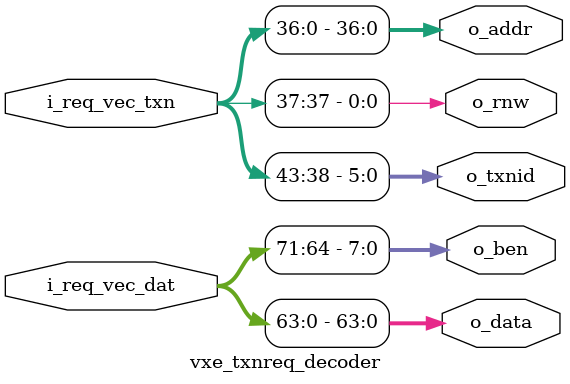
<source format=v>
/*
 * Copyright (c) 2020-2021 The VxEngine Project. All rights reserved.
 *
 * Redistribution and use in source and binary forms, with or without
 * modification, are permitted provided that the following conditions
 * are met:
 * 1. Redistributions of source code must retain the above copyright
 *    notice, this list of conditions and the following disclaimer.
 * 2. Redistributions in binary form must reproduce the above copyright
 *    notice, this list of conditions and the following disclaimer in the
 *    documentation and/or other materials provided with the distribution.
 *
 * THIS SOFTWARE IS PROVIDED BY THE AUTHOR AND CONTRIBUTORS ``AS IS'' AND
 * ANY EXPRESS OR IMPLIED WARRANTIES, INCLUDING, BUT NOT LIMITED TO, THE
 * IMPLIED WARRANTIES OF MERCHANTABILITY AND FITNESS FOR A PARTICULAR PURPOSE
 * ARE DISCLAIMED.  IN NO EVENT SHALL THE AUTHOR OR CONTRIBUTORS BE LIABLE
 * FOR ANY DIRECT, INDIRECT, INCIDENTAL, SPECIAL, EXEMPLARY, OR CONSEQUENTIAL
 * DAMAGES (INCLUDING, BUT NOT LIMITED TO, PROCUREMENT OF SUBSTITUTE GOODS
 * OR SERVICES; LOSS OF USE, DATA, OR PROFITS; OR BUSINESS INTERRUPTION)
 * HOWEVER CAUSED AND ON ANY THEORY OF LIABILITY, WHETHER IN CONTRACT, STRICT
 * LIABILITY, OR TORT (INCLUDING NEGLIGENCE OR OTHERWISE) ARISING IN ANY WAY
 * OUT OF THE USE OF THIS SOFTWARE, EVEN IF ADVISED OF THE POSSIBILITY OF
 * SUCH DAMAGE.
 */

/*
 * Request transaction decoder
 */


/* Req decoder */
module vxe_txnreq_decoder(
	i_req_vec_txn,
	i_req_vec_dat,
	o_txnid,
	o_rnw,
	o_addr,
	o_data,
	o_ben
);
input wire [43:0]	i_req_vec_txn;	/* Transaction info */
input wire [71:0]	i_req_vec_dat;	/* Transaction data */
output wire [5:0]	o_txnid;	/* Transaction Id */
output wire		o_rnw;		/* Read or Write transaction */
output wire [36:0]	o_addr;		/* Upper 37-bits of 40-bit address */
output wire [63:0]	o_data;		/* Data to write (if i_rnw == 0) */
output wire [7:0]	o_ben;		/* Byte enables */


assign o_txnid = i_req_vec_txn[43:38];
assign o_rnw = i_req_vec_txn[37];
assign o_addr = i_req_vec_txn[36:0];

assign o_ben = i_req_vec_dat[71:64];
assign o_data = i_req_vec_dat[63:0];


endmodule /* vxe_txnreq_decoder */

</source>
